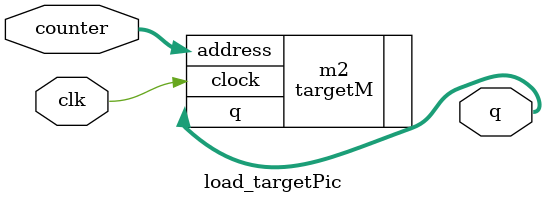
<source format=v>

module load_frontPic(clk,x,y,q);

input clk;
input[7:0] x;
input[6:0] y;
output [2:0] q;

frontM m0(
	.address(y*160 + x),
	.clock(clk),
	.q(q)
	);

endmodule


//start game picture
module load_startPic(clk,x,y,q);

input clk;
input[7:0] x;
input[6:0] y;
output [2:0] q;

startM m1(
	.address(y*160 + x),
	.clock(clk),
	.q(q)
	);

endmodule

//load win page
module load_winPic(clk,x,y,q);

input clk;
input[7:0] x;
input[6:0] y;
output [2:0] q;

winM m1(
	.address(y*160 + x),
	.clock(clk),
	.q(q)
	);

endmodule

//load lose page
module load_losePic(clk,x,y,q);

input clk;
input[7:0] x;
input[6:0] y;
output [2:0] q;

failedM m1(
	.address(y*160 + x),
	.clock(clk),
	.q(q)
	);

endmodule



//show score picture
module load_targetPic(clk,counter,q);

input clk;
input[5:0] counter;
output [2:0] q;

targetM m2(
	.address(counter),
	.clock(clk),
	.q(q)
	);

endmodule


</source>
